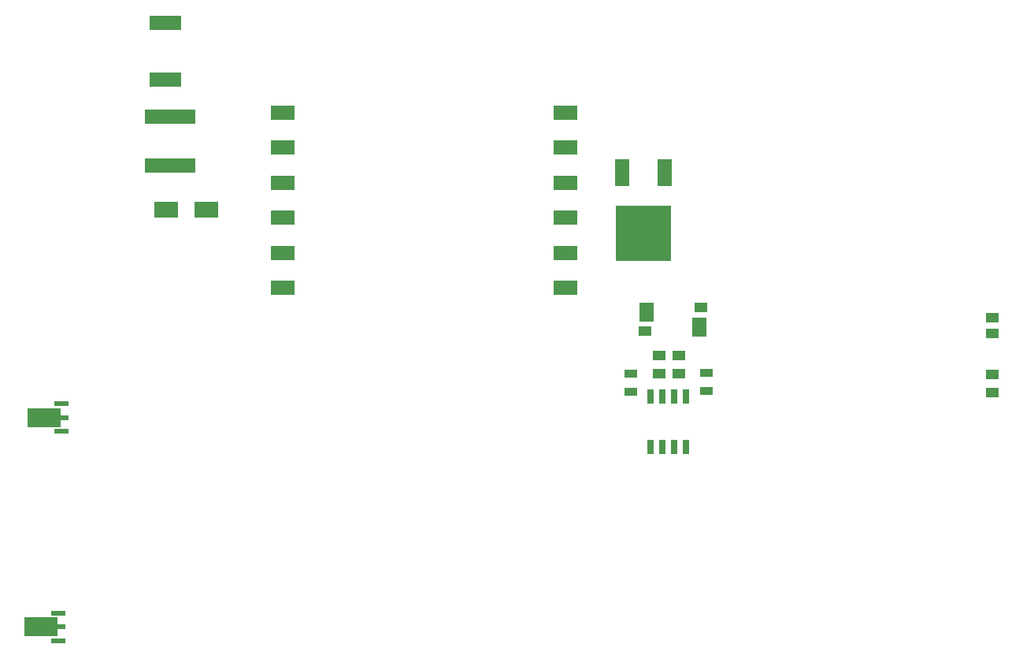
<source format=gtp>
%TF.GenerationSoftware,Altium Limited,Altium Designer,23.3.1 (30)*%
G04 Layer_Color=8421504*
%FSLAX45Y45*%
%MOMM*%
%TF.SameCoordinates,B78A920C-B21B-4EC0-8B15-6B7EDFA50413*%
%TF.FilePolarity,Positive*%
%TF.FileFunction,Paste,Top*%
%TF.Part,Single*%
G01*
G75*
%TA.AperFunction,SMDPad,CuDef*%
%ADD10R,5.40000X1.50000*%
%ADD11R,3.59000X2.00000*%
%ADD12R,1.57000X0.50000*%
%ADD13R,0.86000X0.58000*%
%ADD14R,2.65000X1.75000*%
%ADD15R,2.50000X1.52000*%
%ADD16R,1.45000X0.95000*%
%ADD17R,1.40822X1.00650*%
%ADD18R,1.36213X1.05814*%
%ADD19R,1.65000X2.01000*%
%ADD20R,1.39000X1.14000*%
%ADD21R,3.40822X1.55490*%
%ADD22R,0.65000X1.52500*%
%ADD23R,1.60000X3.00000*%
%ADD24R,6.00000X6.00000*%
D10*
X4787900Y6808900D02*
D03*
Y7338900D02*
D03*
D11*
X3434411Y4105154D02*
D03*
X3403600Y1854200D02*
D03*
D12*
X3621411Y4255154D02*
D03*
Y3955154D02*
D03*
X3590600Y2004200D02*
D03*
Y1704200D02*
D03*
D13*
X3656911Y4105154D02*
D03*
X3626100Y1854200D02*
D03*
D14*
X4750700Y6337300D02*
D03*
X5180700D02*
D03*
D15*
X5999400Y7378900D02*
D03*
Y7002900D02*
D03*
Y6626900D02*
D03*
Y6250900D02*
D03*
Y5874900D02*
D03*
Y5498900D02*
D03*
X9037400Y7378900D02*
D03*
Y7002900D02*
D03*
Y6626900D02*
D03*
Y6250900D02*
D03*
Y5874900D02*
D03*
Y5498900D02*
D03*
D16*
X9740900Y4377000D02*
D03*
Y4572000D02*
D03*
X10553700Y4584700D02*
D03*
Y4389700D02*
D03*
D17*
X10045700Y4768686D02*
D03*
Y4578514D02*
D03*
X10261600Y4768686D02*
D03*
Y4578514D02*
D03*
X13627100Y4375314D02*
D03*
Y4565486D02*
D03*
D18*
Y5005001D02*
D03*
Y5180399D02*
D03*
D19*
X10483600Y5072700D02*
D03*
X9912600Y5239700D02*
D03*
D20*
X10496600Y5283200D02*
D03*
X9899600Y5029200D02*
D03*
D21*
X4737100Y8341665D02*
D03*
Y7736535D02*
D03*
D22*
X10337800Y3788300D02*
D03*
X10210800D02*
D03*
X10083800D02*
D03*
X9956800D02*
D03*
Y4330700D02*
D03*
X10083800D02*
D03*
X10210800D02*
D03*
X10337800D02*
D03*
D23*
X9652000Y6731000D02*
D03*
X10112000D02*
D03*
D24*
X9882000Y6081000D02*
D03*
%TF.MD5,c7bb1d97542b0601348f4a8882736f43*%
M02*

</source>
